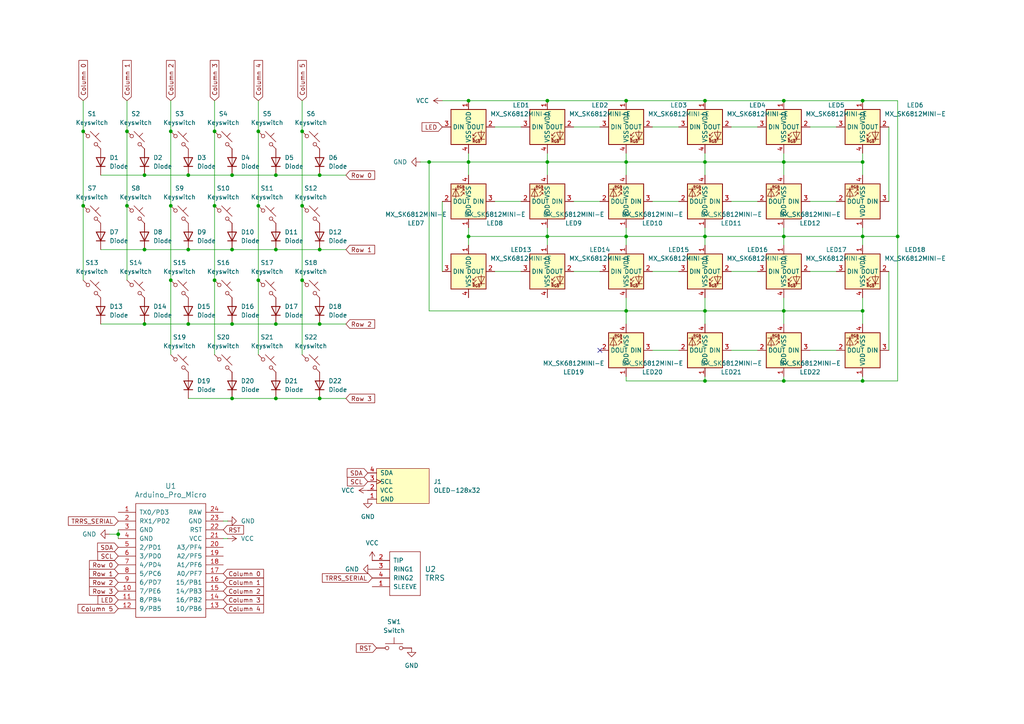
<source format=kicad_sch>
(kicad_sch (version 20231120) (generator "eeschema") (generator_version "8.0")
  (paper "A4")
  (title_block (title "RootKB") (date "2024-04-27") (rev "1.0"))
  (lib_symbols
    (symbol "PCM_marbastlib-mx:MX_SK6812MINI-E"
      (property "Reference" "LED" (at 3.175 6.35 0))
      (property "Value" "MX_SK6812MINI-E" (at 10.16 -6.985 0))
      (symbol "MX_SK6812MINI-E_0_0"
        (text "RGB" (at 2.286 -4.191 0) (effects (font (size 0.762 0.762))))
      )
      (symbol "MX_SK6812MINI-E_0_1"
        (rectangle (start -5.08 5.08) (end 5.08 -5.08) (stroke (width 0.254)) (fill (type background)))
        (polyline (pts (xy 1.27 -3.556) (xy 1.778 -3.556)))
        (polyline (pts (xy 1.27 -2.54) (xy 1.778 -2.54)))
        (polyline (pts (xy 4.699 -3.556) (xy 2.667 -3.556)))
        (polyline (pts (xy 2.286 -2.54) (xy 1.27 -3.556) (xy 1.27 -3.048)))
        (polyline (pts (xy 2.286 -1.524) (xy 1.27 -2.54) (xy 1.27 -2.032)))
        (polyline (pts (xy 3.683 -1.016) (xy 3.683 -3.556) (xy 3.683 -4.064)))
        (polyline (pts (xy 4.699 -1.524) (xy 2.667 -1.524) (xy 3.683 -3.556) (xy 4.699 -1.524)))
      )
      (symbol "MX_SK6812MINI-E_1_1"
        (pin power_in line (at 0 7.62 270) (length 2.54) (name "VDD") (number "1"))
        (pin output line (at 7.62 0 180) (length 2.54) (name "DOUT") (number "2"))
        (pin input line (at -7.62 0 0) (length 2.54) (name "DIN") (number "3"))
        (pin power_in line (at 0 -7.62 90) (length 2.54) (name "VSS") (number "4"))
      )
    )
    (symbol "ScottoKeebs:MCU_Arduino_Pro_Micro" (pin_names (offset 1.016))
      (property "Reference" "U" (at 0 0 0))
      (property "Value" "Arduino_Pro_Micro" (at 0 -19.05 0))
      (symbol "MCU_Arduino_Pro_Micro_0_1"
        (rectangle (start -10.16 16.51) (end 10.16 -16.51))
      )
      (symbol "MCU_Arduino_Pro_Micro_1_1"
        (pin input line (at -15.24 13.97 0) (length 5.08) (name "TX0/PD3") (number "1"))
        (pin input line (at -15.24 -8.89 0) (length 5.08) (name "7/PE6") (number "10"))
        (pin input line (at -15.24 -11.43 0) (length 5.08) (name "8/PB4") (number "11"))
        (pin input line (at -15.24 -13.97 0) (length 5.08) (name "9/PB5") (number "12"))
        (pin input line (at 15.24 -13.97 180) (length 5.08) (name "10/PB6") (number "13"))
        (pin input line (at 15.24 -11.43 180) (length 5.08) (name "16/PB2") (number "14"))
        (pin input line (at 15.24 -8.89 180) (length 5.08) (name "14/PB3") (number "15"))
        (pin input line (at 15.24 -6.35 180) (length 5.08) (name "15/PB1") (number "16"))
        (pin input line (at 15.24 -3.81 180) (length 5.08) (name "A0/PF7") (number "17"))
        (pin input line (at 15.24 -1.27 180) (length 5.08) (name "A1/PF6") (number "18"))
        (pin input line (at 15.24 1.27 180) (length 5.08) (name "A2/PF5") (number "19"))
        (pin input line (at -15.24 11.43 0) (length 5.08) (name "RX1/PD2") (number "2"))
        (pin input line (at 15.24 3.81 180) (length 5.08) (name "A3/PF4") (number "20"))
        (pin input line (at 15.24 6.35 180) (length 5.08) (name "VCC") (number "21"))
        (pin input line (at 15.24 8.89 180) (length 5.08) (name "RST") (number "22"))
        (pin input line (at 15.24 11.43 180) (length 5.08) (name "GND") (number "23"))
        (pin input line (at 15.24 13.97 180) (length 5.08) (name "RAW") (number "24"))
        (pin input line (at -15.24 8.89 0) (length 5.08) (name "GND") (number "3"))
        (pin input line (at -15.24 6.35 0) (length 5.08) (name "GND") (number "4"))
        (pin input line (at -15.24 3.81 0) (length 5.08) (name "2/PD1") (number "5"))
        (pin input line (at -15.24 1.27 0) (length 5.08) (name "3/PD0") (number "6"))
        (pin input line (at -15.24 -1.27 0) (length 5.08) (name "4/PD4") (number "7"))
        (pin input line (at -15.24 -3.81 0) (length 5.08) (name "5/PC6") (number "8"))
        (pin input line (at -15.24 -6.35 0) (length 5.08) (name "6/PD7") (number "9"))
      )
    )
    (symbol "ScottoKeebs:Placeholder_Diode" (pin_numbers hide) (pin_names hide)
      (property "Reference" "D" (at 0 2.54 0))
      (property "Value" "Diode" (at 0 -2.54 0))
      (symbol "Placeholder_Diode_0_1"
        (polyline (pts (xy -1.27 1.27) (xy -1.27 -1.27)) (stroke (width 0.254)))
        (polyline (pts (xy 1.27 0) (xy -1.27 0)))
        (polyline (pts (xy 1.27 1.27) (xy 1.27 -1.27) (xy -1.27 0) (xy 1.27 1.27)) (stroke (width 0.254)))
      )
      (symbol "Placeholder_Diode_1_1"
        (pin passive line (at -3.81 0 0) (length 2.54) (name "K") (number "1"))
        (pin passive line (at 3.81 0 180) (length 2.54) (name "A") (number "2"))
      )
    )
    (symbol "ScottoKeebs:Placeholder_Keyswitch" (pin_numbers hide) (pin_names (offset 1.016) hide)
      (property "Reference" "S" (at 3.048 1.016 0))
      (property "Value" "Keyswitch" (at 0 -3.81 0))
      (symbol "Placeholder_Keyswitch_0_1"
        (circle (center -1.1684 1.1684) (radius 0.508))
        (polyline (pts (xy -0.508 2.54) (xy 2.54 -0.508)))
        (polyline (pts (xy 1.016 1.016) (xy 2.032 2.032)))
        (polyline (pts (xy -2.54 2.54) (xy -1.524 1.524) (xy -1.524 1.524)))
        (polyline (pts (xy 1.524 -1.524) (xy 2.54 -2.54) (xy 2.54 -2.54) (xy 2.54 -2.54)))
        (circle (center 1.143 -1.1938) (radius 0.508))
        (pin passive line (at -2.54 2.54 0) (length 0) (name "1") (number "1"))
        (pin passive line (at 2.54 -2.54 180) (length 0) (name "2") (number "2"))
      )
    )
    (symbol "ScottoKeebs:Placeholder_Switch" (pin_numbers hide) (pin_names (offset 1.016) hide)
      (property "Reference" "SW" (at 1.27 2.54 0))
      (property "Value" "Switch" (at 0 -1.524 0))
      (symbol "Placeholder_Switch_0_1"
        (circle (center -2.032 0) (radius 0.508))
        (polyline (pts (xy 0 1.27) (xy 0 3.048)))
        (polyline (pts (xy 2.54 1.27) (xy -2.54 1.27)))
        (circle (center 2.032 0) (radius 0.508))
        (pin passive line (at -5.08 0 0) (length 2.54) (name "1") (number "1"))
        (pin passive line (at 5.08 0 180) (length 2.54) (name "2") (number "2"))
      )
    )
    (symbol "ScottoKeebs:Placeholder_TRRS" (pin_names (offset 1.016))
      (property "Reference" "U" (at 0 15.24 0))
      (property "Value" "TRRS" (at 0 -2.54 0))
      (symbol "Placeholder_TRRS_0_1"
        (rectangle (start -3.81 0) (end -3.81 12.7))
        (rectangle (start -3.81 0) (end 5.08 0))
        (rectangle (start -3.81 12.7) (end 5.08 12.7))
        (rectangle (start 5.08 12.7) (end 5.08 0))
      )
      (symbol "Placeholder_TRRS_1_1"
        (pin input line (at -8.89 2.54 0) (length 5.08) (name "SLEEVE") (number "1"))
        (pin input line (at -8.89 10.16 0) (length 5.08) (name "TIP") (number "2"))
        (pin input line (at -8.89 7.62 0) (length 5.08) (name "RING1") (number "3"))
        (pin input line (at -8.89 5.08 0) (length 5.08) (name "RING2") (number "4"))
      )
    )
    (symbol "display:OLED-128x32" (pin_names (offset 1.016))
      (property "Reference" "J" (at 0 -6.35 0))
      (property "Value" "OLED-128x32" (at 0 6.35 0))
      (symbol "OLED-128x32_0_1"
        (rectangle (start 0 5.08) (end 15.24 -5.08) (fill (type background)))
      )
      (symbol "OLED-128x32_1_1"
        (pin power_in line (at -2.54 -3.81 0) (length 2.54) (name "GND") (number "1"))
        (pin power_in line (at -2.54 -1.27 0) (length 2.54) (name "VCC") (number "2"))
        (pin input clock (at -2.54 1.27 0) (length 2.54) (name "SCL") (number "3"))
        (pin bidirectional line (at -2.54 3.81 0) (length 2.54) (name "SDA") (number "4"))
      )
    )
    (symbol "power:GND" (power) (pin_numbers hide) (pin_names (offset 0) hide)
      (property "Value" "GND" (at 0 -3.81 0))
      (symbol "GND_0_1"
        (polyline (pts (xy 0 0) (xy 0 -1.27) (xy 1.27 -1.27) (xy 0 -2.54) (xy -1.27 -1.27) (xy 0 -1.27)))
      )
      (symbol "GND_1_1"
        (pin power_in line (at 0 0 270) (length 0) (name "~") (number "1"))
      )
    )
    (symbol "power:VCC" (power) (pin_numbers hide) (pin_names (offset 0) hide)
      (property "Value" "VCC" (at 0 3.556 0))
      (symbol "VCC_0_1"
        (polyline (pts (xy -0.762 1.27) (xy 0 2.54)))
        (polyline (pts (xy 0 0) (xy 0 2.54)))
        (polyline (pts (xy 0 2.54) (xy 0.762 1.27)))
      )
      (symbol "VCC_1_1"
        (pin power_in line (at 0 0 90) (length 0) (name "~") (number "1"))
      )
    )
  )
  (junction (at 74.93 81.28))
  (junction (at 124.46 46.99))
  (junction (at 250.19 110.49))
  (junction (at 49.53 59.69))
  (junction (at 260.35 68.58))
  (junction (at 135.89 46.99))
  (junction (at 62.23 81.28))
  (junction (at 135.89 68.58))
  (junction (at 36.83 59.69))
  (junction (at 36.83 38.1))
  (junction (at 67.31 50.8))
  (junction (at 250.19 68.58))
  (junction (at 227.33 90.17))
  (junction (at 80.01 50.8))
  (junction (at 250.19 46.99))
  (junction (at 204.47 68.58))
  (junction (at 62.23 38.1))
  (junction (at 87.63 81.28))
  (junction (at 227.33 46.99))
  (junction (at 135.89 29.21))
  (junction (at 24.13 59.69))
  (junction (at 158.75 46.99))
  (junction (at 227.33 29.21))
  (junction (at 41.91 72.39))
  (junction (at 67.31 115.57))
  (junction (at 87.63 59.69))
  (junction (at 41.91 93.98))
  (junction (at 92.71 72.39))
  (junction (at 62.23 59.69))
  (junction (at 67.31 93.98))
  (junction (at 49.53 81.28))
  (junction (at 181.61 29.21))
  (junction (at 80.01 115.57))
  (junction (at 80.01 93.98))
  (junction (at 227.33 110.49))
  (junction (at 80.01 72.39))
  (junction (at 204.47 110.49))
  (junction (at 181.61 90.17))
  (junction (at 24.13 38.1))
  (junction (at 92.71 93.98))
  (junction (at 87.63 38.1))
  (junction (at 158.75 29.21))
  (junction (at 92.71 115.57))
  (junction (at 250.19 90.17))
  (junction (at 181.61 68.58))
  (junction (at 74.93 59.69))
  (junction (at 181.61 46.99))
  (junction (at 250.19 29.21))
  (junction (at 41.91 50.8))
  (junction (at 74.93 38.1))
  (junction (at 158.75 68.58))
  (junction (at 34.29 154.94))
  (junction (at 67.31 72.39))
  (junction (at 54.61 50.8))
  (junction (at 49.53 38.1))
  (junction (at 92.71 50.8))
  (junction (at 227.33 68.58))
  (junction (at 54.61 72.39))
  (junction (at 204.47 90.17))
  (junction (at 204.47 46.99))
  (junction (at 204.47 29.21))
  (junction (at 54.61 93.98))
  (no_connect (at 173.99 101.6))
  (wire (pts (xy 181.61 86.36) (xy 181.61 90.17)))
  (wire (pts (xy 121.92 46.99) (xy 124.46 46.99)))
  (wire (pts (xy 24.13 38.1) (xy 24.13 59.69)))
  (wire (pts (xy 212.09 101.6) (xy 219.71 101.6)))
  (wire (pts (xy 158.75 29.21) (xy 181.61 29.21)))
  (wire (pts (xy 250.19 29.21) (xy 260.35 29.21)))
  (wire (pts (xy 250.19 68.58) (xy 250.19 71.12)))
  (wire (pts (xy 100.33 72.39) (xy 92.71 72.39)))
  (wire (pts (xy 189.23 101.6) (xy 196.85 101.6)))
  (wire (pts (xy 204.47 46.99) (xy 227.33 46.99)))
  (wire (pts (xy 181.61 46.99) (xy 181.61 50.8)))
  (wire (pts (xy 166.37 36.83) (xy 173.99 36.83)))
  (wire (pts (xy 135.89 46.99) (xy 135.89 50.8)))
  (wire (pts (xy 36.83 59.69) (xy 36.83 81.28)))
  (wire (pts (xy 181.61 66.04) (xy 181.61 68.58)))
  (wire (pts (xy 250.19 109.22) (xy 250.19 110.49)))
  (wire (pts (xy 62.23 38.1) (xy 62.23 59.69)))
  (wire (pts (xy 143.51 78.74) (xy 151.13 78.74)))
  (wire (pts (xy 227.33 29.21) (xy 250.19 29.21)))
  (wire (pts (xy 181.61 44.45) (xy 181.61 46.99)))
  (wire (pts (xy 158.75 44.45) (xy 158.75 46.99)))
  (wire (pts (xy 257.81 78.74) (xy 257.81 101.6)))
  (wire (pts (xy 135.89 68.58) (xy 158.75 68.58)))
  (wire (pts (xy 29.21 93.98) (xy 41.91 93.98)))
  (wire (pts (xy 67.31 50.8) (xy 80.01 50.8)))
  (wire (pts (xy 36.83 38.1) (xy 36.83 59.69)))
  (wire (pts (xy 204.47 44.45) (xy 204.47 46.99)))
  (wire (pts (xy 181.61 110.49) (xy 204.47 110.49)))
  (wire (pts (xy 67.31 115.57) (xy 80.01 115.57)))
  (wire (pts (xy 181.61 90.17) (xy 204.47 90.17)))
  (wire (pts (xy 143.51 36.83) (xy 151.13 36.83)))
  (wire (pts (xy 250.19 66.04) (xy 250.19 68.58)))
  (wire (pts (xy 31.75 154.94) (xy 34.29 154.94)))
  (wire (pts (xy 100.33 50.8) (xy 92.71 50.8)))
  (wire (pts (xy 250.19 44.45) (xy 250.19 46.99)))
  (wire (pts (xy 227.33 46.99) (xy 250.19 46.99)))
  (wire (pts (xy 80.01 50.8) (xy 92.71 50.8)))
  (wire (pts (xy 204.47 68.58) (xy 227.33 68.58)))
  (wire (pts (xy 34.29 153.67) (xy 34.29 154.94)))
  (wire (pts (xy 166.37 58.42) (xy 173.99 58.42)))
  (wire (pts (xy 189.23 36.83) (xy 196.85 36.83)))
  (wire (pts (xy 67.31 93.98) (xy 80.01 93.98)))
  (wire (pts (xy 158.75 68.58) (xy 181.61 68.58)))
  (wire (pts (xy 49.53 81.28) (xy 49.53 102.87)))
  (wire (pts (xy 124.46 46.99) (xy 124.46 90.17)))
  (wire (pts (xy 74.93 81.28) (xy 74.93 102.87)))
  (wire (pts (xy 41.91 93.98) (xy 54.61 93.98)))
  (wire (pts (xy 128.27 29.21) (xy 135.89 29.21)))
  (wire (pts (xy 250.19 68.58) (xy 260.35 68.58)))
  (wire (pts (xy 87.63 29.21) (xy 87.63 38.1)))
  (wire (pts (xy 234.95 36.83) (xy 242.57 36.83)))
  (wire (pts (xy 158.75 66.04) (xy 158.75 68.58)))
  (wire (pts (xy 67.31 72.39) (xy 80.01 72.39)))
  (wire (pts (xy 166.37 78.74) (xy 173.99 78.74)))
  (wire (pts (xy 87.63 81.28) (xy 87.63 102.87)))
  (wire (pts (xy 204.47 86.36) (xy 204.47 90.17)))
  (wire (pts (xy 36.83 29.21) (xy 36.83 38.1)))
  (wire (pts (xy 260.35 68.58) (xy 260.35 110.49)))
  (wire (pts (xy 80.01 72.39) (xy 92.71 72.39)))
  (wire (pts (xy 234.95 101.6) (xy 242.57 101.6)))
  (wire (pts (xy 41.91 72.39) (xy 54.61 72.39)))
  (wire (pts (xy 227.33 86.36) (xy 227.33 90.17)))
  (wire (pts (xy 143.51 58.42) (xy 151.13 58.42)))
  (wire (pts (xy 204.47 68.58) (xy 204.47 71.12)))
  (wire (pts (xy 204.47 46.99) (xy 204.47 50.8)))
  (wire (pts (xy 87.63 59.69) (xy 87.63 81.28)))
  (wire (pts (xy 49.53 38.1) (xy 49.53 59.69)))
  (wire (pts (xy 250.19 86.36) (xy 250.19 90.17)))
  (wire (pts (xy 204.47 66.04) (xy 204.47 68.58)))
  (wire (pts (xy 62.23 59.69) (xy 62.23 81.28)))
  (wire (pts (xy 181.61 46.99) (xy 204.47 46.99)))
  (wire (pts (xy 54.61 72.39) (xy 67.31 72.39)))
  (wire (pts (xy 29.21 50.8) (xy 41.91 50.8)))
  (wire (pts (xy 181.61 109.22) (xy 181.61 110.49)))
  (wire (pts (xy 74.93 29.21) (xy 74.93 38.1)))
  (wire (pts (xy 204.47 90.17) (xy 204.47 93.98)))
  (wire (pts (xy 181.61 68.58) (xy 204.47 68.58)))
  (wire (pts (xy 250.19 90.17) (xy 250.19 93.98)))
  (wire (pts (xy 49.53 29.21) (xy 49.53 38.1)))
  (wire (pts (xy 227.33 90.17) (xy 227.33 93.98)))
  (wire (pts (xy 234.95 78.74) (xy 242.57 78.74)))
  (wire (pts (xy 135.89 46.99) (xy 124.46 46.99)))
  (wire (pts (xy 87.63 38.1) (xy 87.63 59.69)))
  (wire (pts (xy 135.89 29.21) (xy 158.75 29.21)))
  (wire (pts (xy 250.19 110.49) (xy 260.35 110.49)))
  (wire (pts (xy 227.33 90.17) (xy 250.19 90.17)))
  (wire (pts (xy 80.01 115.57) (xy 92.71 115.57)))
  (wire (pts (xy 227.33 66.04) (xy 227.33 68.58)))
  (wire (pts (xy 227.33 110.49) (xy 250.19 110.49)))
  (wire (pts (xy 227.33 44.45) (xy 227.33 46.99)))
  (wire (pts (xy 100.33 93.98) (xy 92.71 93.98)))
  (wire (pts (xy 66.04 156.21) (xy 64.77 156.21)))
  (wire (pts (xy 135.89 46.99) (xy 158.75 46.99)))
  (wire (pts (xy 128.27 58.42) (xy 128.27 78.74)))
  (wire (pts (xy 234.95 58.42) (xy 242.57 58.42)))
  (wire (pts (xy 181.61 68.58) (xy 181.61 71.12)))
  (wire (pts (xy 204.47 29.21) (xy 227.33 29.21)))
  (wire (pts (xy 158.75 46.99) (xy 158.75 50.8)))
  (wire (pts (xy 54.61 50.8) (xy 67.31 50.8)))
  (wire (pts (xy 24.13 29.21) (xy 24.13 38.1)))
  (wire (pts (xy 189.23 58.42) (xy 196.85 58.42)))
  (wire (pts (xy 135.89 68.58) (xy 135.89 71.12)))
  (wire (pts (xy 204.47 110.49) (xy 227.33 110.49)))
  (wire (pts (xy 80.01 93.98) (xy 92.71 93.98)))
  (wire (pts (xy 257.81 36.83) (xy 257.81 58.42)))
  (wire (pts (xy 204.47 109.22) (xy 204.47 110.49)))
  (wire (pts (xy 189.23 78.74) (xy 196.85 78.74)))
  (wire (pts (xy 29.21 72.39) (xy 41.91 72.39)))
  (wire (pts (xy 62.23 29.21) (xy 62.23 38.1)))
  (wire (pts (xy 158.75 46.99) (xy 181.61 46.99)))
  (wire (pts (xy 34.29 154.94) (xy 34.29 156.21)))
  (wire (pts (xy 204.47 90.17) (xy 227.33 90.17)))
  (wire (pts (xy 227.33 68.58) (xy 227.33 71.12)))
  (wire (pts (xy 62.23 81.28) (xy 62.23 102.87)))
  (wire (pts (xy 250.19 46.99) (xy 250.19 50.8)))
  (wire (pts (xy 92.71 115.57) (xy 100.33 115.57)))
  (wire (pts (xy 135.89 44.45) (xy 135.89 46.99)))
  (wire (pts (xy 181.61 29.21) (xy 204.47 29.21)))
  (wire (pts (xy 227.33 68.58) (xy 250.19 68.58)))
  (wire (pts (xy 212.09 58.42) (xy 219.71 58.42)))
  (wire (pts (xy 227.33 46.99) (xy 227.33 50.8)))
  (wire (pts (xy 260.35 29.21) (xy 260.35 68.58)))
  (wire (pts (xy 181.61 90.17) (xy 181.61 93.98)))
  (wire (pts (xy 24.13 59.69) (xy 24.13 81.28)))
  (wire (pts (xy 74.93 59.69) (xy 74.93 81.28)))
  (wire (pts (xy 49.53 59.69) (xy 49.53 81.28)))
  (wire (pts (xy 212.09 78.74) (xy 219.71 78.74)))
  (wire (pts (xy 227.33 109.22) (xy 227.33 110.49)))
  (wire (pts (xy 41.91 50.8) (xy 54.61 50.8)))
  (wire (pts (xy 54.61 93.98) (xy 67.31 93.98)))
  (wire (pts (xy 74.93 38.1) (xy 74.93 59.69)))
  (wire (pts (xy 135.89 66.04) (xy 135.89 68.58)))
  (wire (pts (xy 124.46 90.17) (xy 181.61 90.17)))
  (wire (pts (xy 212.09 36.83) (xy 219.71 36.83)))
  (wire (pts (xy 158.75 68.58) (xy 158.75 71.12)))
  (wire (pts (xy 66.04 151.13) (xy 64.77 151.13)))
  (wire (pts (xy 54.61 115.57) (xy 67.31 115.57)))
  (global_label "Column 5" (shape input) (at 87.63 29.21 90) (property "Intersheetrefs" "${INTERSHEET_REFS}" (effects (hide yes))))
  (global_label "Column 5" (shape input) (at 34.29 176.53 180) (property "Intersheetrefs" "${INTERSHEET_REFS}" (effects (hide yes))))
  (global_label "Row 2" (shape input) (at 34.29 168.91 180) (property "Intersheetrefs" "${INTERSHEET_REFS}" (effects (hide yes))))
  (global_label "TRRS_SERIAL" (shape input) (at 107.95 167.64 180) (property "Intersheetrefs" "${INTERSHEET_REFS}" (effects (hide yes))))
  (global_label "Column 4" (shape input) (at 64.77 176.53 0) (property "Intersheetrefs" "${INTERSHEET_REFS}" (effects (hide yes))))
  (global_label "SDA" (shape input) (at 34.29 158.75 180) (property "Intersheetrefs" "${INTERSHEET_REFS}" (effects (hide yes))))
  (global_label "SCL" (shape input) (at 34.29 161.29 180) (property "Intersheetrefs" "${INTERSHEET_REFS}" (effects (hide yes))))
  (global_label "Row 3" (shape input) (at 34.29 171.45 180) (property "Intersheetrefs" "${INTERSHEET_REFS}" (effects (hide yes))))
  (global_label "Row 2" (shape input) (at 100.33 93.98 0) (property "Intersheetrefs" "${INTERSHEET_REFS}" (effects (hide yes))))
  (global_label "RST" (shape input) (at 109.22 187.96 180) (property "Intersheetrefs" "${INTERSHEET_REFS}" (effects (hide yes))))
  (global_label "LED" (shape input) (at 128.27 36.83 180) (property "Intersheetrefs" "${INTERSHEET_REFS}" (effects (hide yes))))
  (global_label "RST" (shape input) (at 64.77 153.67 0) (property "Intersheetrefs" "${INTERSHEET_REFS}" (effects (hide yes))))
  (global_label "Column 1" (shape input) (at 64.77 168.91 0) (property "Intersheetrefs" "${INTERSHEET_REFS}" (effects (hide yes))))
  (global_label "Column 4" (shape input) (at 74.93 29.21 90) (property "Intersheetrefs" "${INTERSHEET_REFS}" (effects (hide yes))))
  (global_label "Column 0" (shape input) (at 24.13 29.21 90) (property "Intersheetrefs" "${INTERSHEET_REFS}" (effects (hide yes))))
  (global_label "Column 3" (shape input) (at 62.23 29.21 90) (property "Intersheetrefs" "${INTERSHEET_REFS}" (effects (hide yes))))
  (global_label "Row 3" (shape input) (at 100.33 115.57 0) (property "Intersheetrefs" "${INTERSHEET_REFS}" (effects (hide yes))))
  (global_label "TRRS_SERIAL" (shape input) (at 34.29 151.13 180) (property "Intersheetrefs" "${INTERSHEET_REFS}" (effects (hide yes))))
  (global_label "Column 2" (shape input) (at 64.77 171.45 0) (property "Intersheetrefs" "${INTERSHEET_REFS}" (effects (hide yes))))
  (global_label "Row 1" (shape input) (at 100.33 72.39 0) (property "Intersheetrefs" "${INTERSHEET_REFS}" (effects (hide yes))))
  (global_label "SCL" (shape input) (at 106.68 139.7 180) (property "Intersheetrefs" "${INTERSHEET_REFS}" (effects (hide yes))))
  (global_label "LED" (shape input) (at 34.29 173.99 180) (property "Intersheetrefs" "${INTERSHEET_REFS}" (effects (hide yes))))
  (global_label "Column 2" (shape input) (at 49.53 29.21 90) (property "Intersheetrefs" "${INTERSHEET_REFS}" (effects (hide yes))))
  (global_label "Column 0" (shape input) (at 64.77 166.37 0) (property "Intersheetrefs" "${INTERSHEET_REFS}" (effects (hide yes))))
  (global_label "Row 1" (shape input) (at 34.29 166.37 180) (property "Intersheetrefs" "${INTERSHEET_REFS}" (effects (hide yes))))
  (global_label "Row 0" (shape input) (at 34.29 163.83 180) (property "Intersheetrefs" "${INTERSHEET_REFS}" (effects (hide yes))))
  (global_label "Column 3" (shape input) (at 64.77 173.99 0) (property "Intersheetrefs" "${INTERSHEET_REFS}" (effects (hide yes))))
  (global_label "Column 1" (shape input) (at 36.83 29.21 90) (property "Intersheetrefs" "${INTERSHEET_REFS}" (effects (hide yes))))
  (global_label "Row 0" (shape input) (at 100.33 50.8 0) (property "Intersheetrefs" "${INTERSHEET_REFS}" (effects (hide yes))))
  (global_label "SDA" (shape input) (at 106.68 137.16 180) (property "Intersheetrefs" "${INTERSHEET_REFS}" (effects (hide yes))))
  (symbol (lib_id "ScottoKeebs:Placeholder_Diode") (at 41.91 90.17 90) (unit 1)
    (property "Reference" "D14" (at 44.45 88.8999 90) (effects (justify right)))
    (property "Value" "Diode" (at 44.45 91.4399 90) (effects (justify right)))
    (property "Footprint" "Diode_SMD:D_SOD-123F" (effects (hide yes)))
    (property "Description" "1N4148 (DO-35) or 1N4148W (SOD-123)" (effects (hide yes)))
    (property "Sim.Device" "D" (effects (hide yes)))
    (property "Sim.Pins" "1=K 2=A" (effects (hide yes)))
  )
  (symbol (lib_id "PCM_marbastlib-mx:MX_SK6812MINI-E") (at 158.75 36.83 0) (unit 1)
    (property "Reference" "LED2" (at 173.99 30.5114 0))
    (property "Value" "MX_SK6812MINI-E" (at 173.99 33.0514 0))
    (property "Footprint" "PCM_marbastlib-mx:LED_MX_6028R" (effects (hide yes)))
    (property "Description" "Reverse mount adressable LED (WS2812 protocol)" (effects (hide yes)))
  )
  (symbol (lib_id "PCM_marbastlib-mx:MX_SK6812MINI-E") (at 227.33 101.6 180) (unit 1)
    (property "Reference" "LED21" (at 212.09 107.9186 0))
    (property "Value" "MX_SK6812MINI-E" (at 212.09 105.3786 0))
    (property "Footprint" "PCM_marbastlib-mx:LED_MX_6028R" (effects (hide yes)))
    (property "Description" "Reverse mount adressable LED (WS2812 protocol)" (effects (hide yes)))
  )
  (symbol (lib_id "ScottoKeebs:Placeholder_Keyswitch") (at 77.47 105.41 0) (unit 1)
    (property "Reference" "S21" (at 77.47 97.79 0))
    (property "Value" "Keyswitch" (at 77.47 100.33 0))
    (property "Footprint" "PCM_Switch_Keyboard_Hotswap_Kailh:SW_Hotswap_Kailh_MX_1.25u_90deg" (effects (hide yes)))
    (property "Description" "Push button switch, normally open, two pins, 45° tilted" (effects (hide yes)))
  )
  (symbol (lib_id "ScottoKeebs:Placeholder_Keyswitch") (at 77.47 83.82 0) (unit 1)
    (property "Reference" "S17" (at 77.47 76.2 0))
    (property "Value" "Keyswitch" (at 77.47 78.74 0))
    (property "Footprint" "PCM_Switch_Keyboard_Hotswap_Kailh:SW_Hotswap_Kailh_MX_1.00u" (effects (hide yes)))
    (property "Description" "Push button switch, normally open, two pins, 45° tilted" (effects (hide yes)))
  )
  (symbol (lib_id "ScottoKeebs:Placeholder_Keyswitch") (at 39.37 83.82 0) (unit 1)
    (property "Reference" "S14" (at 39.37 76.2 0))
    (property "Value" "Keyswitch" (at 39.37 78.74 0))
    (property "Footprint" "PCM_Switch_Keyboard_Hotswap_Kailh:SW_Hotswap_Kailh_MX_1.00u" (effects (hide yes)))
    (property "Description" "Push button switch, normally open, two pins, 45° tilted" (effects (hide yes)))
  )
  (symbol (lib_id "ScottoKeebs:Placeholder_Keyswitch") (at 90.17 40.64 0) (unit 1)
    (property "Reference" "S6" (at 90.17 33.02 0))
    (property "Value" "Keyswitch" (at 90.17 35.56 0))
    (property "Footprint" "PCM_Switch_Keyboard_Hotswap_Kailh:SW_Hotswap_Kailh_MX_1.00u" (effects (hide yes)))
    (property "Description" "Push button switch, normally open, two pins, 45° tilted" (effects (hide yes)))
  )
  (symbol (lib_id "ScottoKeebs:Placeholder_Keyswitch") (at 64.77 83.82 0) (unit 1)
    (property "Reference" "S16" (at 64.77 76.2 0))
    (property "Value" "Keyswitch" (at 64.77 78.74 0))
    (property "Footprint" "PCM_Switch_Keyboard_Hotswap_Kailh:SW_Hotswap_Kailh_MX_1.00u" (effects (hide yes)))
    (property "Description" "Push button switch, normally open, two pins, 45° tilted" (effects (hide yes)))
  )
  (symbol (lib_id "PCM_marbastlib-mx:MX_SK6812MINI-E") (at 181.61 58.42 180) (unit 1)
    (property "Reference" "LED9" (at 166.37 64.7386 0))
    (property "Value" "MX_SK6812MINI-E" (at 166.37 62.1986 0))
    (property "Footprint" "PCM_marbastlib-mx:LED_MX_6028R" (effects (hide yes)))
    (property "Description" "Reverse mount adressable LED (WS2812 protocol)" (effects (hide yes)))
  )
  (symbol (lib_id "display:OLED-128x32") (at 109.22 140.97 0) (unit 1)
    (property "Reference" "J1" (at 125.73 139.6999 0) (effects (justify left)))
    (property "Value" "OLED-128x32" (at 125.73 142.2399 0) (effects (justify left)))
    (property "Footprint" "display:OLED-128x32-cutout" (effects (hide yes)))
  )
  (symbol (lib_id "PCM_marbastlib-mx:MX_SK6812MINI-E") (at 158.75 58.42 180) (unit 1)
    (property "Reference" "LED8" (at 143.51 64.7386 0))
    (property "Value" "MX_SK6812MINI-E" (at 143.51 62.1986 0))
    (property "Footprint" "PCM_marbastlib-mx:LED_MX_6028R" (effects (hide yes)))
    (property "Description" "Reverse mount adressable LED (WS2812 protocol)" (effects (hide yes)))
  )
  (symbol (lib_id "ScottoKeebs:Placeholder_Diode") (at 54.61 68.58 90) (unit 1)
    (property "Reference" "D9" (at 57.15 67.3099 90) (effects (justify right)))
    (property "Value" "Diode" (at 57.15 69.8499 90) (effects (justify right)))
    (property "Footprint" "Diode_SMD:D_SOD-123F" (effects (hide yes)))
    (property "Description" "1N4148 (DO-35) or 1N4148W (SOD-123)" (effects (hide yes)))
    (property "Sim.Device" "D" (effects (hide yes)))
    (property "Sim.Pins" "1=K 2=A" (effects (hide yes)))
  )
  (symbol (lib_id "ScottoKeebs:Placeholder_Diode") (at 80.01 46.99 90) (unit 1)
    (property "Reference" "D5" (at 82.55 45.7199 90) (effects (justify right)))
    (property "Value" "Diode" (at 82.55 48.2599 90) (effects (justify right)))
    (property "Footprint" "Diode_SMD:D_SOD-123F" (effects (hide yes)))
    (property "Description" "1N4148 (DO-35) or 1N4148W (SOD-123)" (effects (hide yes)))
    (property "Sim.Device" "D" (effects (hide yes)))
    (property "Sim.Pins" "1=K 2=A" (effects (hide yes)))
  )
  (symbol (lib_id "PCM_marbastlib-mx:MX_SK6812MINI-E") (at 135.89 36.83 0) (unit 1)
    (property "Reference" "LED1" (at 151.13 30.5114 0))
    (property "Value" "MX_SK6812MINI-E" (at 151.13 33.0514 0))
    (property "Footprint" "PCM_marbastlib-mx:LED_MX_6028R" (effects (hide yes)))
    (property "Description" "Reverse mount adressable LED (WS2812 protocol)" (effects (hide yes)))
  )
  (symbol (lib_id "PCM_marbastlib-mx:MX_SK6812MINI-E") (at 135.89 58.42 180) (unit 1)
    (property "Reference" "LED7" (at 120.65 64.7386 0))
    (property "Value" "MX_SK6812MINI-E" (at 120.65 62.1986 0))
    (property "Footprint" "PCM_marbastlib-mx:LED_MX_6028R" (effects (hide yes)))
    (property "Description" "Reverse mount adressable LED (WS2812 protocol)" (effects (hide yes)))
  )
  (symbol (lib_id "ScottoKeebs:Placeholder_Keyswitch") (at 52.07 105.41 0) (unit 1)
    (property "Reference" "S19" (at 52.07 97.79 0))
    (property "Value" "Keyswitch" (at 52.07 100.33 0))
    (property "Footprint" "PCM_Switch_Keyboard_Hotswap_Kailh:SW_Hotswap_Kailh_MX_1.00u" (effects (hide yes)))
    (property "Description" "Push button switch, normally open, two pins, 45° tilted" (effects (hide yes)))
  )
  (symbol (lib_id "PCM_marbastlib-mx:MX_SK6812MINI-E") (at 227.33 36.83 0) (unit 1)
    (property "Reference" "LED5" (at 242.57 30.5114 0))
    (property "Value" "MX_SK6812MINI-E" (at 242.57 33.0514 0))
    (property "Footprint" "PCM_marbastlib-mx:LED_MX_6028R" (effects (hide yes)))
    (property "Description" "Reverse mount adressable LED (WS2812 protocol)" (effects (hide yes)))
  )
  (symbol (lib_id "ScottoKeebs:Placeholder_Diode") (at 29.21 46.99 90) (unit 1)
    (property "Reference" "D1" (at 31.75 45.7199 90) (effects (justify right)))
    (property "Value" "Diode" (at 31.75 48.2599 90) (effects (justify right)))
    (property "Footprint" "Diode_SMD:D_SOD-123F" (effects (hide yes)))
    (property "Description" "1N4148 (DO-35) or 1N4148W (SOD-123)" (effects (hide yes)))
    (property "Sim.Device" "D" (effects (hide yes)))
    (property "Sim.Pins" "1=K 2=A" (effects (hide yes)))
  )
  (symbol (lib_id "ScottoKeebs:Placeholder_Diode") (at 67.31 111.76 90) (unit 1)
    (property "Reference" "D20" (at 69.85 110.4899 90) (effects (justify right)))
    (property "Value" "Diode" (at 69.85 113.0299 90) (effects (justify right)))
    (property "Footprint" "Diode_SMD:D_SOD-123F" (effects (hide yes)))
    (property "Description" "1N4148 (DO-35) or 1N4148W (SOD-123)" (effects (hide yes)))
    (property "Sim.Device" "D" (effects (hide yes)))
    (property "Sim.Pins" "1=K 2=A" (effects (hide yes)))
  )
  (symbol (lib_id "ScottoKeebs:Placeholder_Diode") (at 29.21 68.58 90) (unit 1)
    (property "Reference" "D7" (at 31.75 67.3099 90) (effects (justify right)))
    (property "Value" "Diode" (at 31.75 69.8499 90) (effects (justify right)))
    (property "Footprint" "Diode_SMD:D_SOD-123F" (effects (hide yes)))
    (property "Description" "1N4148 (DO-35) or 1N4148W (SOD-123)" (effects (hide yes)))
    (property "Sim.Device" "D" (effects (hide yes)))
    (property "Sim.Pins" "1=K 2=A" (effects (hide yes)))
  )
  (symbol (lib_id "ScottoKeebs:Placeholder_Switch") (at 114.3 187.96 0) (unit 1)
    (property "Reference" "SW1" (at 114.3 180.34 0))
    (property "Value" "Switch" (at 114.3 182.88 0))
    (property "Footprint" "ScottoKeebs_Components:Button_MJTP1250" (effects (hide yes)))
    (property "Description" "Push button switch, generic, two pins" (effects (hide yes)))
  )
  (symbol (lib_id "ScottoKeebs:Placeholder_Keyswitch") (at 26.67 83.82 0) (unit 1)
    (property "Reference" "S13" (at 26.67 76.2 0))
    (property "Value" "Keyswitch" (at 26.67 78.74 0))
    (property "Footprint" "PCM_Switch_Keyboard_Hotswap_Kailh:SW_Hotswap_Kailh_MX_1.00u" (effects (hide yes)))
    (property "Description" "Push button switch, normally open, two pins, 45° tilted" (effects (hide yes)))
  )
  (symbol (lib_id "ScottoKeebs:Placeholder_Diode") (at 67.31 68.58 90) (unit 1)
    (property "Reference" "D10" (at 69.85 67.3099 90) (effects (justify right)))
    (property "Value" "Diode" (at 69.85 69.8499 90) (effects (justify right)))
    (property "Footprint" "Diode_SMD:D_SOD-123F" (effects (hide yes)))
    (property "Description" "1N4148 (DO-35) or 1N4148W (SOD-123)" (effects (hide yes)))
    (property "Sim.Device" "D" (effects (hide yes)))
    (property "Sim.Pins" "1=K 2=A" (effects (hide yes)))
  )
  (symbol (lib_id "PCM_marbastlib-mx:MX_SK6812MINI-E") (at 227.33 58.42 180) (unit 1)
    (property "Reference" "LED11" (at 212.09 64.7386 0))
    (property "Value" "MX_SK6812MINI-E" (at 212.09 62.1986 0))
    (property "Footprint" "PCM_marbastlib-mx:LED_MX_6028R" (effects (hide yes)))
    (property "Description" "Reverse mount adressable LED (WS2812 protocol)" (effects (hide yes)))
  )
  (symbol (lib_id "PCM_marbastlib-mx:MX_SK6812MINI-E") (at 227.33 78.74 0) (unit 1)
    (property "Reference" "LED17" (at 242.57 72.4214 0))
    (property "Value" "MX_SK6812MINI-E" (at 242.57 74.9614 0))
    (property "Footprint" "PCM_marbastlib-mx:LED_MX_6028R" (effects (hide yes)))
    (property "Description" "Reverse mount adressable LED (WS2812 protocol)" (effects (hide yes)))
  )
  (symbol (lib_id "ScottoKeebs:Placeholder_Diode") (at 92.71 68.58 90) (unit 1)
    (property "Reference" "D12" (at 95.25 67.3099 90) (effects (justify right)))
    (property "Value" "Diode" (at 95.25 69.8499 90) (effects (justify right)))
    (property "Footprint" "Diode_SMD:D_SOD-123F" (effects (hide yes)))
    (property "Description" "1N4148 (DO-35) or 1N4148W (SOD-123)" (effects (hide yes)))
    (property "Sim.Device" "D" (effects (hide yes)))
    (property "Sim.Pins" "1=K 2=A" (effects (hide yes)))
  )
  (symbol (lib_id "ScottoKeebs:Placeholder_Diode") (at 92.71 90.17 90) (unit 1)
    (property "Reference" "D18" (at 95.25 88.8999 90) (effects (justify right)))
    (property "Value" "Diode" (at 95.25 91.4399 90) (effects (justify right)))
    (property "Footprint" "Diode_SMD:D_SOD-123F" (effects (hide yes)))
    (property "Description" "1N4148 (DO-35) or 1N4148W (SOD-123)" (effects (hide yes)))
    (property "Sim.Device" "D" (effects (hide yes)))
    (property "Sim.Pins" "1=K 2=A" (effects (hide yes)))
  )
  (symbol (lib_id "ScottoKeebs:Placeholder_Keyswitch") (at 64.77 62.23 0) (unit 1)
    (property "Reference" "S10" (at 64.77 54.61 0))
    (property "Value" "Keyswitch" (at 64.77 57.15 0))
    (property "Footprint" "PCM_Switch_Keyboard_Hotswap_Kailh:SW_Hotswap_Kailh_MX_1.00u" (effects (hide yes)))
    (property "Description" "Push button switch, normally open, two pins, 45° tilted" (effects (hide yes)))
  )
  (symbol (lib_id "ScottoKeebs:Placeholder_Diode") (at 92.71 46.99 90) (unit 1)
    (property "Reference" "D6" (at 95.25 45.7199 90) (effects (justify right)))
    (property "Value" "Diode" (at 95.25 48.2599 90) (effects (justify right)))
    (property "Footprint" "Diode_SMD:D_SOD-123F" (effects (hide yes)))
    (property "Description" "1N4148 (DO-35) or 1N4148W (SOD-123)" (effects (hide yes)))
    (property "Sim.Device" "D" (effects (hide yes)))
    (property "Sim.Pins" "1=K 2=A" (effects (hide yes)))
  )
  (symbol (lib_id "ScottoKeebs:Placeholder_TRRS") (at 116.84 172.72 0) (unit 1)
    (property "Reference" "U2" (at 123.19 165.0999 0) (effects (font (size 1.524 1.524)) (justify left)))
    (property "Value" "TRRS" (at 123.19 167.6399 0) (effects (font (size 1.524 1.524)) (justify left)))
    (property "Footprint" "ScottoKeebs_Components:TRRS_PJ-320A" (effects (hide yes)))
  )
  (symbol (lib_id "PCM_marbastlib-mx:MX_SK6812MINI-E") (at 204.47 78.74 0) (unit 1)
    (property "Reference" "LED16" (at 219.71 72.4214 0))
    (property "Value" "MX_SK6812MINI-E" (at 219.71 74.9614 0))
    (property "Footprint" "PCM_marbastlib-mx:LED_MX_6028R" (effects (hide yes)))
    (property "Description" "Reverse mount adressable LED (WS2812 protocol)" (effects (hide yes)))
  )
  (symbol (lib_id "ScottoKeebs:Placeholder_Keyswitch") (at 77.47 62.23 0) (unit 1)
    (property "Reference" "S11" (at 77.47 54.61 0))
    (property "Value" "Keyswitch" (at 77.47 57.15 0))
    (property "Footprint" "PCM_Switch_Keyboard_Hotswap_Kailh:SW_Hotswap_Kailh_MX_1.00u" (effects (hide yes)))
    (property "Description" "Push button switch, normally open, two pins, 45° tilted" (effects (hide yes)))
  )
  (symbol (lib_id "PCM_marbastlib-mx:MX_SK6812MINI-E") (at 250.19 101.6 180) (unit 1)
    (property "Reference" "LED22" (at 234.95 107.9186 0))
    (property "Value" "MX_SK6812MINI-E" (at 234.95 105.3786 0))
    (property "Footprint" "PCM_marbastlib-mx:LED_MX_6028R" (effects (hide yes)))
    (property "Description" "Reverse mount adressable LED (WS2812 protocol)" (effects (hide yes)))
  )
  (symbol (lib_id "ScottoKeebs:Placeholder_Diode") (at 54.61 90.17 90) (unit 1)
    (property "Reference" "D15" (at 57.15 88.8999 90) (effects (justify right)))
    (property "Value" "Diode" (at 57.15 91.4399 90) (effects (justify right)))
    (property "Footprint" "Diode_SMD:D_SOD-123F" (effects (hide yes)))
    (property "Description" "1N4148 (DO-35) or 1N4148W (SOD-123)" (effects (hide yes)))
    (property "Sim.Device" "D" (effects (hide yes)))
    (property "Sim.Pins" "1=K 2=A" (effects (hide yes)))
  )
  (symbol (lib_id "ScottoKeebs:Placeholder_Diode") (at 80.01 111.76 90) (unit 1)
    (property "Reference" "D21" (at 82.55 110.4899 90) (effects (justify right)))
    (property "Value" "Diode" (at 82.55 113.0299 90) (effects (justify right)))
    (property "Footprint" "Diode_SMD:D_SOD-123F" (effects (hide yes)))
    (property "Description" "1N4148 (DO-35) or 1N4148W (SOD-123)" (effects (hide yes)))
    (property "Sim.Device" "D" (effects (hide yes)))
    (property "Sim.Pins" "1=K 2=A" (effects (hide yes)))
  )
  (symbol (lib_id "ScottoKeebs:Placeholder_Keyswitch") (at 26.67 62.23 0) (unit 1)
    (property "Reference" "S7" (at 26.67 54.61 0))
    (property "Value" "Keyswitch" (at 26.67 57.15 0))
    (property "Footprint" "PCM_Switch_Keyboard_Hotswap_Kailh:SW_Hotswap_Kailh_MX_1.00u" (effects (hide yes)))
    (property "Description" "Push button switch, normally open, two pins, 45° tilted" (effects (hide yes)))
  )
  (symbol (lib_id "PCM_marbastlib-mx:MX_SK6812MINI-E") (at 135.89 78.74 0) (unit 1)
    (property "Reference" "LED13" (at 151.13 72.4214 0))
    (property "Value" "MX_SK6812MINI-E" (at 151.13 74.9614 0))
    (property "Footprint" "PCM_marbastlib-mx:LED_MX_6028R" (effects (hide yes)))
    (property "Description" "Reverse mount adressable LED (WS2812 protocol)" (effects (hide yes)))
  )
  (symbol (lib_id "power:GND") (at 121.92 46.99 270) (unit 1)
    (property "Reference" "#PWR06" (effects (hide yes)))
    (property "Value" "GND" (at 118.11 46.9899 90) (effects (justify right)))
    (property "Description" "Power symbol creates a global label with name \"GND\" , ground" (effects (hide yes)))
  )
  (symbol (lib_id "ScottoKeebs:Placeholder_Diode") (at 92.71 111.76 90) (unit 1)
    (property "Reference" "D22" (at 95.25 110.4899 90) (effects (justify right)))
    (property "Value" "Diode" (at 95.25 113.0299 90) (effects (justify right)))
    (property "Footprint" "Diode_SMD:D_SOD-123F" (effects (hide yes)))
    (property "Description" "1N4148 (DO-35) or 1N4148W (SOD-123)" (effects (hide yes)))
    (property "Sim.Device" "D" (effects (hide yes)))
    (property "Sim.Pins" "1=K 2=A" (effects (hide yes)))
  )
  (symbol (lib_id "ScottoKeebs:Placeholder_Diode") (at 80.01 68.58 90) (unit 1)
    (property "Reference" "D11" (at 82.55 67.3099 90) (effects (justify right)))
    (property "Value" "Diode" (at 82.55 69.8499 90) (effects (justify right)))
    (property "Footprint" "Diode_SMD:D_SOD-123F" (effects (hide yes)))
    (property "Description" "1N4148 (DO-35) or 1N4148W (SOD-123)" (effects (hide yes)))
    (property "Sim.Device" "D" (effects (hide yes)))
    (property "Sim.Pins" "1=K 2=A" (effects (hide yes)))
  )
  (symbol (lib_id "ScottoKeebs:Placeholder_Diode") (at 80.01 90.17 90) (unit 1)
    (property "Reference" "D17" (at 82.55 88.8999 90) (effects (justify right)))
    (property "Value" "Diode" (at 82.55 91.4399 90) (effects (justify right)))
    (property "Footprint" "Diode_SMD:D_SOD-123F" (effects (hide yes)))
    (property "Description" "1N4148 (DO-35) or 1N4148W (SOD-123)" (effects (hide yes)))
    (property "Sim.Device" "D" (effects (hide yes)))
    (property "Sim.Pins" "1=K 2=A" (effects (hide yes)))
  )
  (symbol (lib_id "power:VCC") (at 106.68 142.24 90) (unit 1)
    (property "Reference" "#PWR09" (effects (hide yes)))
    (property "Value" "VCC" (at 102.87 142.2399 90) (effects (justify left)))
    (property "Description" "Power symbol creates a global label with name \"VCC\"" (effects (hide yes)))
  )
  (symbol (lib_id "ScottoKeebs:Placeholder_Keyswitch") (at 64.77 105.41 0) (unit 1)
    (property "Reference" "S20" (at 64.77 97.79 0))
    (property "Value" "Keyswitch" (at 64.77 100.33 0))
    (property "Footprint" "PCM_Switch_Keyboard_Hotswap_Kailh:SW_Hotswap_Kailh_MX_1.25u_90deg" (effects (hide yes)))
    (property "Description" "Push button switch, normally open, two pins, 45° tilted" (effects (hide yes)))
  )
  (symbol (lib_id "power:GND") (at 66.04 151.13 90) (unit 1)
    (property "Reference" "#PWR04" (effects (hide yes)))
    (property "Value" "GND" (at 69.85 151.1299 90) (effects (justify right)))
    (property "Description" "Power symbol creates a global label with name \"GND\" , ground" (effects (hide yes)))
  )
  (symbol (lib_id "PCM_marbastlib-mx:MX_SK6812MINI-E") (at 250.19 36.83 0) (unit 1)
    (property "Reference" "LED6" (at 265.43 30.5114 0))
    (property "Value" "MX_SK6812MINI-E" (at 265.43 33.0514 0))
    (property "Footprint" "PCM_marbastlib-mx:LED_MX_6028R" (effects (hide yes)))
    (property "Description" "Reverse mount adressable LED (WS2812 protocol)" (effects (hide yes)))
  )
  (symbol (lib_id "power:GND") (at 31.75 154.94 270) (unit 1)
    (property "Reference" "#PWR05" (effects (hide yes)))
    (property "Value" "GND" (at 27.94 154.9399 90) (effects (justify right)))
    (property "Description" "Power symbol creates a global label with name \"GND\" , ground" (effects (hide yes)))
  )
  (symbol (lib_id "ScottoKeebs:Placeholder_Keyswitch") (at 52.07 40.64 0) (unit 1)
    (property "Reference" "S3" (at 52.07 33.02 0))
    (property "Value" "Keyswitch" (at 52.07 35.56 0))
    (property "Footprint" "PCM_Switch_Keyboard_Hotswap_Kailh:SW_Hotswap_Kailh_MX_1.00u" (effects (hide yes)))
    (property "Description" "Push button switch, normally open, two pins, 45° tilted" (effects (hide yes)))
  )
  (symbol (lib_id "PCM_marbastlib-mx:MX_SK6812MINI-E") (at 250.19 58.42 180) (unit 1)
    (property "Reference" "LED12" (at 234.95 64.7386 0))
    (property "Value" "MX_SK6812MINI-E" (at 234.95 62.1986 0))
    (property "Footprint" "PCM_marbastlib-mx:LED_MX_6028R" (effects (hide yes)))
    (property "Description" "Reverse mount adressable LED (WS2812 protocol)" (effects (hide yes)))
  )
  (symbol (lib_id "ScottoKeebs:Placeholder_Keyswitch") (at 90.17 62.23 0) (unit 1)
    (property "Reference" "S12" (at 90.17 54.61 0))
    (property "Value" "Keyswitch" (at 90.17 57.15 0))
    (property "Footprint" "PCM_Switch_Keyboard_Hotswap_Kailh:SW_Hotswap_Kailh_MX_1.00u" (effects (hide yes)))
    (property "Description" "Push button switch, normally open, two pins, 45° tilted" (effects (hide yes)))
  )
  (symbol (lib_id "ScottoKeebs:Placeholder_Keyswitch") (at 52.07 83.82 0) (unit 1)
    (property "Reference" "S15" (at 52.07 76.2 0))
    (property "Value" "Keyswitch" (at 52.07 78.74 0))
    (property "Footprint" "PCM_Switch_Keyboard_Hotswap_Kailh:SW_Hotswap_Kailh_MX_1.00u" (effects (hide yes)))
    (property "Description" "Push button switch, normally open, two pins, 45° tilted" (effects (hide yes)))
  )
  (symbol (lib_id "power:VCC") (at 107.95 162.56 0) (unit 1)
    (property "Reference" "#PWR08" (effects (hide yes)))
    (property "Value" "VCC" (at 107.95 157.48 0))
    (property "Description" "Power symbol creates a global label with name \"VCC\"" (effects (hide yes)))
  )
  (symbol (lib_id "ScottoKeebs:Placeholder_Diode") (at 29.21 90.17 90) (unit 1)
    (property "Reference" "D13" (at 31.75 88.8999 90) (effects (justify right)))
    (property "Value" "Diode" (at 31.75 91.4399 90) (effects (justify right)))
    (property "Footprint" "Diode_SMD:D_SOD-123F" (effects (hide yes)))
    (property "Description" "1N4148 (DO-35) or 1N4148W (SOD-123)" (effects (hide yes)))
    (property "Sim.Device" "D" (effects (hide yes)))
    (property "Sim.Pins" "1=K 2=A" (effects (hide yes)))
  )
  (symbol (lib_id "PCM_marbastlib-mx:MX_SK6812MINI-E") (at 204.47 58.42 180) (unit 1)
    (property "Reference" "LED10" (at 189.23 64.7386 0))
    (property "Value" "MX_SK6812MINI-E" (at 189.23 62.1986 0))
    (property "Footprint" "PCM_marbastlib-mx:LED_MX_6028R" (effects (hide yes)))
    (property "Description" "Reverse mount adressable LED (WS2812 protocol)" (effects (hide yes)))
  )
  (symbol (lib_id "ScottoKeebs:Placeholder_Keyswitch") (at 39.37 62.23 0) (unit 1)
    (property "Reference" "S8" (at 39.37 54.61 0))
    (property "Value" "Keyswitch" (at 39.37 57.15 0))
    (property "Footprint" "PCM_Switch_Keyboard_Hotswap_Kailh:SW_Hotswap_Kailh_MX_1.00u" (effects (hide yes)))
    (property "Description" "Push button switch, normally open, two pins, 45° tilted" (effects (hide yes)))
  )
  (symbol (lib_id "power:VCC") (at 128.27 29.21 90) (unit 1)
    (property "Reference" "#PWR07" (effects (hide yes)))
    (property "Value" "VCC" (at 124.46 29.2099 90) (effects (justify left)))
    (property "Description" "Power symbol creates a global label with name \"VCC\"" (effects (hide yes)))
  )
  (symbol (lib_id "ScottoKeebs:MCU_Arduino_Pro_Micro") (at 49.53 162.56 0) (unit 1)
    (property "Reference" "U1" (at 49.53 140.97 0) (effects (font (size 1.524 1.524))))
    (property "Value" "Arduino_Pro_Micro" (at 49.53 143.51 0) (effects (font (size 1.524 1.524))))
    (property "Footprint" "ScottoKeebs_MCU:Arduino_Pro_Micro" (effects (hide yes)))
  )
  (symbol (lib_id "ScottoKeebs:Placeholder_Keyswitch") (at 90.17 83.82 0) (unit 1)
    (property "Reference" "S18" (at 90.17 76.2 0))
    (property "Value" "Keyswitch" (at 90.17 78.74 0))
    (property "Footprint" "PCM_Switch_Keyboard_Hotswap_Kailh:SW_Hotswap_Kailh_MX_1.00u" (effects (hide yes)))
    (property "Description" "Push button switch, normally open, two pins, 45° tilted" (effects (hide yes)))
  )
  (symbol (lib_id "PCM_marbastlib-mx:MX_SK6812MINI-E") (at 204.47 36.83 0) (unit 1)
    (property "Reference" "LED4" (at 219.71 30.5114 0))
    (property "Value" "MX_SK6812MINI-E" (at 219.71 33.0514 0))
    (property "Footprint" "PCM_marbastlib-mx:LED_MX_6028R" (effects (hide yes)))
    (property "Description" "Reverse mount adressable LED (WS2812 protocol)" (effects (hide yes)))
  )
  (symbol (lib_id "PCM_marbastlib-mx:MX_SK6812MINI-E") (at 181.61 36.83 0) (unit 1)
    (property "Reference" "LED3" (at 196.85 30.5114 0))
    (property "Value" "MX_SK6812MINI-E" (at 196.85 33.0514 0))
    (property "Footprint" "PCM_marbastlib-mx:LED_MX_6028R" (effects (hide yes)))
    (property "Description" "Reverse mount adressable LED (WS2812 protocol)" (effects (hide yes)))
  )
  (symbol (lib_id "PCM_marbastlib-mx:MX_SK6812MINI-E") (at 181.61 101.6 180) (unit 1)
    (property "Reference" "LED19" (at 166.37 107.9186 0))
    (property "Value" "MX_SK6812MINI-E" (at 166.37 105.3786 0))
    (property "Footprint" "PCM_marbastlib-mx:LED_MX_6028R" (effects (hide yes)))
    (property "Description" "Reverse mount adressable LED (WS2812 protocol)" (effects (hide yes)))
  )
  (symbol (lib_id "ScottoKeebs:Placeholder_Keyswitch") (at 52.07 62.23 0) (unit 1)
    (property "Reference" "S9" (at 52.07 54.61 0))
    (property "Value" "Keyswitch" (at 52.07 57.15 0))
    (property "Footprint" "PCM_Switch_Keyboard_Hotswap_Kailh:SW_Hotswap_Kailh_MX_1.00u" (effects (hide yes)))
    (property "Description" "Push button switch, normally open, two pins, 45° tilted" (effects (hide yes)))
  )
  (symbol (lib_id "power:VCC") (at 66.04 156.21 270) (unit 1)
    (property "Reference" "#PWR010" (effects (hide yes)))
    (property "Value" "VCC" (at 69.85 156.2099 90) (effects (justify left)))
    (property "Description" "Power symbol creates a global label with name \"VCC\"" (effects (hide yes)))
  )
  (symbol (lib_id "PCM_marbastlib-mx:MX_SK6812MINI-E") (at 250.19 78.74 0) (unit 1)
    (property "Reference" "LED18" (at 265.43 72.4214 0))
    (property "Value" "MX_SK6812MINI-E" (at 265.43 74.9614 0))
    (property "Footprint" "PCM_marbastlib-mx:LED_MX_6028R" (effects (hide yes)))
    (property "Description" "Reverse mount adressable LED (WS2812 protocol)" (effects (hide yes)))
  )
  (symbol (lib_id "ScottoKeebs:Placeholder_Diode") (at 41.91 68.58 90) (unit 1)
    (property "Reference" "D8" (at 44.45 67.3099 90) (effects (justify right)))
    (property "Value" "Diode" (at 44.45 69.8499 90) (effects (justify right)))
    (property "Footprint" "Diode_SMD:D_SOD-123F" (effects (hide yes)))
    (property "Description" "1N4148 (DO-35) or 1N4148W (SOD-123)" (effects (hide yes)))
    (property "Sim.Device" "D" (effects (hide yes)))
    (property "Sim.Pins" "1=K 2=A" (effects (hide yes)))
  )
  (symbol (lib_id "ScottoKeebs:Placeholder_Keyswitch") (at 77.47 40.64 0) (unit 1)
    (property "Reference" "S5" (at 77.47 33.02 0))
    (property "Value" "Keyswitch" (at 77.47 35.56 0))
    (property "Footprint" "PCM_Switch_Keyboard_Hotswap_Kailh:SW_Hotswap_Kailh_MX_1.00u" (effects (hide yes)))
    (property "Description" "Push button switch, normally open, two pins, 45° tilted" (effects (hide yes)))
  )
  (symbol (lib_id "ScottoKeebs:Placeholder_Keyswitch") (at 39.37 40.64 0) (unit 1)
    (property "Reference" "S2" (at 39.37 33.02 0))
    (property "Value" "Keyswitch" (at 39.37 35.56 0))
    (property "Footprint" "PCM_Switch_Keyboard_Hotswap_Kailh:SW_Hotswap_Kailh_MX_1.00u" (effects (hide yes)))
    (property "Description" "Push button switch, normally open, two pins, 45° tilted" (effects (hide yes)))
  )
  (symbol (lib_id "PCM_marbastlib-mx:MX_SK6812MINI-E") (at 181.61 78.74 0) (unit 1)
    (property "Reference" "LED15" (at 196.85 72.4214 0))
    (property "Value" "MX_SK6812MINI-E" (at 196.85 74.9614 0))
    (property "Footprint" "PCM_marbastlib-mx:LED_MX_6028R" (effects (hide yes)))
    (property "Description" "Reverse mount adressable LED (WS2812 protocol)" (effects (hide yes)))
  )
  (symbol (lib_id "PCM_marbastlib-mx:MX_SK6812MINI-E") (at 204.47 101.6 180) (unit 1)
    (property "Reference" "LED20" (at 189.23 107.9186 0))
    (property "Value" "MX_SK6812MINI-E" (at 189.23 105.3786 0))
    (property "Footprint" "PCM_marbastlib-mx:LED_MX_6028R" (effects (hide yes)))
    (property "Description" "Reverse mount adressable LED (WS2812 protocol)" (effects (hide yes)))
  )
  (symbol (lib_id "ScottoKeebs:Placeholder_Keyswitch") (at 90.17 105.41 0) (unit 1)
    (property "Reference" "S22" (at 90.17 97.79 0))
    (property "Value" "Keyswitch" (at 90.17 100.33 0))
    (property "Footprint" "PCM_Switch_Keyboard_Hotswap_Kailh:SW_Hotswap_Kailh_MX_1.00u" (effects (hide yes)))
    (property "Description" "Push button switch, normally open, two pins, 45° tilted" (effects (hide yes)))
  )
  (symbol (lib_id "power:GND") (at 106.68 144.78 0) (unit 1)
    (property "Reference" "#PWR03" (effects (hide yes)))
    (property "Value" "GND" (at 106.68 149.86 0))
    (property "Description" "Power symbol creates a global label with name \"GND\" , ground" (effects (hide yes)))
  )
  (symbol (lib_id "ScottoKeebs:Placeholder_Diode") (at 67.31 90.17 90) (unit 1)
    (property "Reference" "D16" (at 69.85 88.8999 90) (effects (justify right)))
    (property "Value" "Diode" (at 69.85 91.4399 90) (effects (justify right)))
    (property "Footprint" "Diode_SMD:D_SOD-123F" (effects (hide yes)))
    (property "Description" "1N4148 (DO-35) or 1N4148W (SOD-123)" (effects (hide yes)))
    (property "Sim.Device" "D" (effects (hide yes)))
    (property "Sim.Pins" "1=K 2=A" (effects (hide yes)))
  )
  (symbol (lib_id "ScottoKeebs:Placeholder_Diode") (at 54.61 46.99 90) (unit 1)
    (property "Reference" "D3" (at 57.15 45.7199 90) (effects (justify right)))
    (property "Value" "Diode" (at 57.15 48.2599 90) (effects (justify right)))
    (property "Footprint" "Diode_SMD:D_SOD-123F" (effects (hide yes)))
    (property "Description" "1N4148 (DO-35) or 1N4148W (SOD-123)" (effects (hide yes)))
    (property "Sim.Device" "D" (effects (hide yes)))
    (property "Sim.Pins" "1=K 2=A" (effects (hide yes)))
  )
  (symbol (lib_id "ScottoKeebs:Placeholder_Diode") (at 67.31 46.99 90) (unit 1)
    (property "Reference" "D4" (at 69.85 45.7199 90) (effects (justify right)))
    (property "Value" "Diode" (at 69.85 48.2599 90) (effects (justify right)))
    (property "Footprint" "Diode_SMD:D_SOD-123F" (effects (hide yes)))
    (property "Description" "1N4148 (DO-35) or 1N4148W (SOD-123)" (effects (hide yes)))
    (property "Sim.Device" "D" (effects (hide yes)))
    (property "Sim.Pins" "1=K 2=A" (effects (hide yes)))
  )
  (symbol (lib_id "ScottoKeebs:Placeholder_Diode") (at 54.61 111.76 90) (unit 1)
    (property "Reference" "D19" (at 57.15 110.4899 90) (effects (justify right)))
    (property "Value" "Diode" (at 57.15 113.0299 90) (effects (justify right)))
    (property "Footprint" "Diode_SMD:D_SOD-123F" (effects (hide yes)))
    (property "Description" "1N4148 (DO-35) or 1N4148W (SOD-123)" (effects (hide yes)))
    (property "Sim.Device" "D" (effects (hide yes)))
    (property "Sim.Pins" "1=K 2=A" (effects (hide yes)))
  )
  (symbol (lib_id "power:GND") (at 107.95 165.1 270) (unit 1)
    (property "Reference" "#PWR02" (effects (hide yes)))
    (property "Value" "GND" (at 104.14 165.0999 90) (effects (justify right)))
    (property "Description" "Power symbol creates a global label with name \"GND\" , ground" (effects (hide yes)))
  )
  (symbol (lib_id "ScottoKeebs:Placeholder_Diode") (at 41.91 46.99 90) (unit 1)
    (property "Reference" "D2" (at 44.45 45.7199 90) (effects (justify right)))
    (property "Value" "Diode" (at 44.45 48.2599 90) (effects (justify right)))
    (property "Footprint" "Diode_SMD:D_SOD-123F" (effects (hide yes)))
    (property "Description" "1N4148 (DO-35) or 1N4148W (SOD-123)" (effects (hide yes)))
    (property "Sim.Device" "D" (effects (hide yes)))
    (property "Sim.Pins" "1=K 2=A" (effects (hide yes)))
  )
  (symbol (lib_id "ScottoKeebs:Placeholder_Keyswitch") (at 26.67 40.64 0) (unit 1)
    (property "Reference" "S1" (at 26.67 33.02 0))
    (property "Value" "Keyswitch" (at 26.67 35.56 0))
    (property "Footprint" "PCM_Switch_Keyboard_Hotswap_Kailh:SW_Hotswap_Kailh_MX_1.00u" (effects (hide yes)))
    (property "Description" "Push button switch, normally open, two pins, 45° tilted" (effects (hide yes)))
  )
  (symbol (lib_id "PCM_marbastlib-mx:MX_SK6812MINI-E") (at 158.75 78.74 0) (unit 1)
    (property "Reference" "LED14" (at 173.99 72.4214 0))
    (property "Value" "MX_SK6812MINI-E" (at 173.99 74.9614 0))
    (property "Footprint" "PCM_marbastlib-mx:LED_MX_6028R" (effects (hide yes)))
    (property "Description" "Reverse mount adressable LED (WS2812 protocol)" (effects (hide yes)))
  )
  (symbol (lib_id "power:GND") (at 119.38 187.96 0) (unit 1)
    (property "Reference" "#PWR01" (effects (hide yes)))
    (property "Value" "GND" (at 119.38 193.04 0))
    (property "Description" "Power symbol creates a global label with name \"GND\" , ground" (effects (hide yes)))
  )
  (symbol (lib_id "ScottoKeebs:Placeholder_Keyswitch") (at 64.77 40.64 0) (unit 1)
    (property "Reference" "S4" (at 64.77 33.02 0))
    (property "Value" "Keyswitch" (at 64.77 35.56 0))
    (property "Footprint" "PCM_Switch_Keyboard_Hotswap_Kailh:SW_Hotswap_Kailh_MX_1.00u" (effects (hide yes)))
    (property "Description" "Push button switch, normally open, two pins, 45° tilted" (effects (hide yes)))
  )
)
</source>
